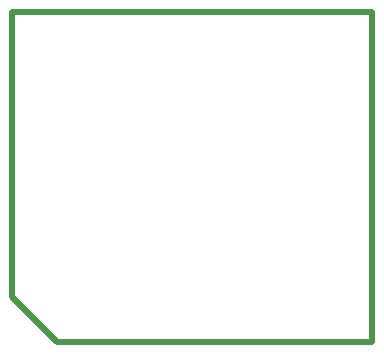
<source format=gm1>
G04 Layer_Color=16711935*
%FSLAX24Y24*%
%MOIN*%
G70*
G01*
G75*
%ADD35C,0.0197*%
G54D35*
X-6000Y9500D02*
X6000D01*
Y-1500D02*
Y9500D01*
X-4500Y-1500D02*
X6000D01*
X-6000Y0D02*
X-4500Y-1500D01*
X-6000Y0D02*
Y9500D01*
M02*

</source>
